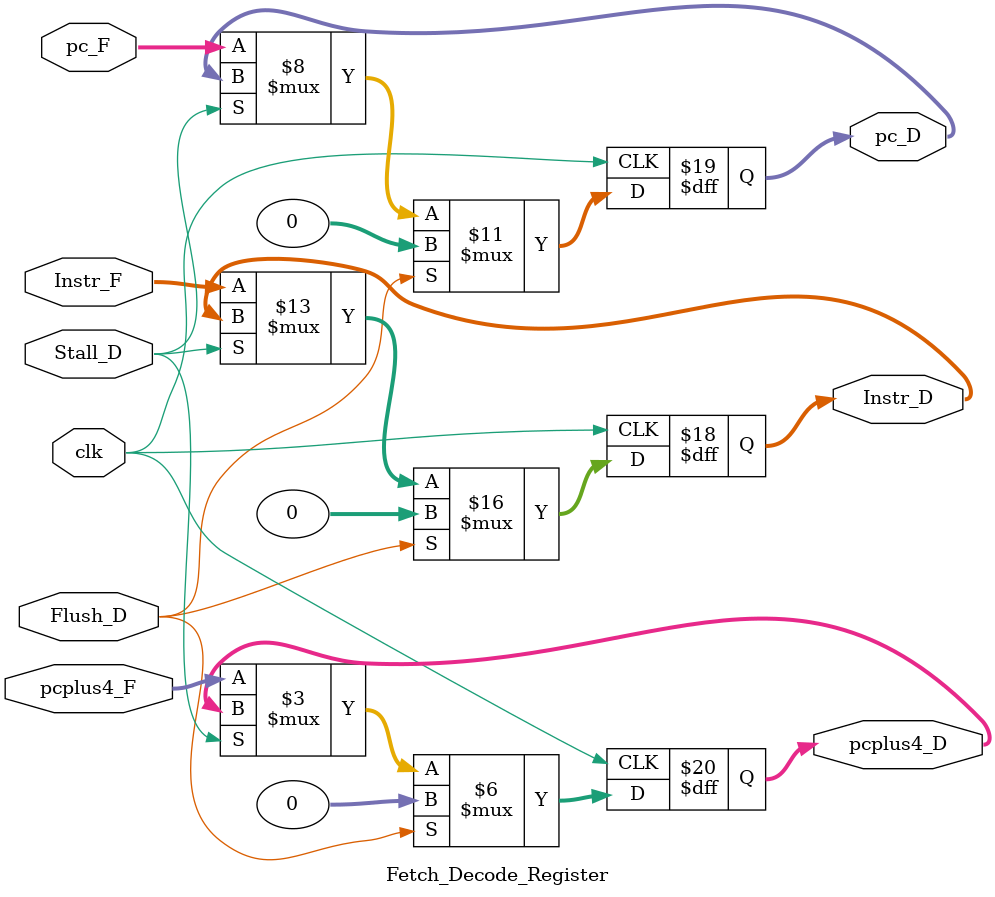
<source format=v>
`timescale 1ns / 1ps

module Fetch_Decode_Register(Instr_F, pc_F, pcplus4_F,
                             Instr_D, pc_D, pcplus4_D,
                             clk, Flush_D, Stall_D);

    input [31:0] Instr_F, pc_F, pcplus4_F;                    
    input clk, Flush_D, Stall_D;                                                 
    output reg [31:0] Instr_D, pc_D, pcplus4_D;   
    
    always @(posedge clk) 
    begin
        if (Flush_D)
        begin
            Instr_D <= 32'b0;
            pc_D <= 32'b0;
            pcplus4_D <= 32'b0;
        end 
        else if (!Stall_D) 
        begin
            Instr_D <= Instr_F;
            pc_D <= pc_F;
            pcplus4_D <= pcplus4_F;
        end
    end

endmodule



</source>
